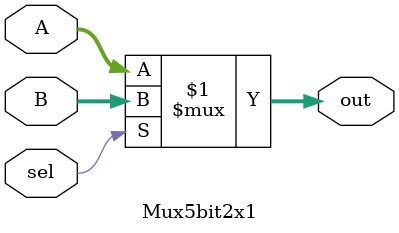
<source format=v>
`timescale 1ns / 1ps


module Mux5bit2x1(
    input sel,
    input [4:0] A,
    input [4:0] B,
    output [4:0] out
    );
    
    assign out = (sel) ? B : A;
    endmodule
</source>
